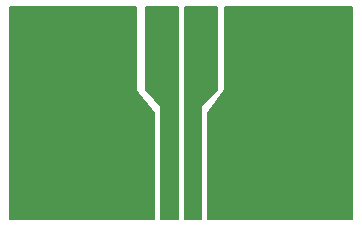
<source format=gbr>
%TF.GenerationSoftware,KiCad,Pcbnew,7.0.6*%
%TF.CreationDate,2024-02-29T16:34:28+02:00*%
%TF.ProjectId,sensirion,73656e73-6972-4696-9f6e-2e6b69636164,rev?*%
%TF.SameCoordinates,Original*%
%TF.FileFunction,Copper,L1,Top*%
%TF.FilePolarity,Positive*%
%FSLAX46Y46*%
G04 Gerber Fmt 4.6, Leading zero omitted, Abs format (unit mm)*
G04 Created by KiCad (PCBNEW 7.0.6) date 2024-02-29 16:34:28*
%MOMM*%
%LPD*%
G01*
G04 APERTURE LIST*
%TA.AperFunction,NonConductor*%
%ADD10C,0.200000*%
%TD*%
%TA.AperFunction,ViaPad*%
%ADD11C,2.500000*%
%TD*%
%TA.AperFunction,ViaPad*%
%ADD12C,3.500000*%
%TD*%
%TA.AperFunction,ViaPad*%
%ADD13C,1.000000*%
%TD*%
G04 APERTURE END LIST*
D10*
X14500000Y-9000000D02*
X2300000Y-9000000D01*
X2300000Y0D01*
X3700000Y2000000D01*
X3700000Y9000000D01*
X14500000Y9000000D01*
X14500000Y-9000000D01*
%TA.AperFunction,NonConductor*%
G36*
X14500000Y-9000000D02*
G01*
X2300000Y-9000000D01*
X2300000Y0D01*
X3700000Y2000000D01*
X3700000Y9000000D01*
X14500000Y9000000D01*
X14500000Y-9000000D01*
G37*
%TD.AperFunction*%
X-3800000Y1900000D02*
X-2300000Y0D01*
X-2300000Y-9000000D01*
X-14500000Y-9000000D01*
X-14500000Y9000000D01*
X-3800000Y9000000D01*
X-3800000Y1900000D01*
%TA.AperFunction,NonConductor*%
G36*
X-3800000Y1900000D02*
G01*
X-2300000Y0D01*
X-2300000Y-9000000D01*
X-14500000Y-9000000D01*
X-14500000Y9000000D01*
X-3800000Y9000000D01*
X-3800000Y1900000D01*
G37*
%TD.AperFunction*%
X3000000Y2000000D02*
X1700000Y600000D01*
X1700000Y-9000000D01*
X300000Y-9000000D01*
X300000Y9000000D01*
X3000000Y9000000D01*
X3000000Y2000000D01*
%TA.AperFunction,NonConductor*%
G36*
X3000000Y2000000D02*
G01*
X1700000Y600000D01*
X1700000Y-9000000D01*
X300000Y-9000000D01*
X300000Y9000000D01*
X3000000Y9000000D01*
X3000000Y2000000D01*
G37*
%TD.AperFunction*%
X-300000Y-9000000D02*
X-1700000Y-9000000D01*
X-1700000Y600000D01*
X-3000000Y2000000D01*
X-3000000Y9000000D01*
X-300000Y9000000D01*
X-300000Y-9000000D01*
%TA.AperFunction,NonConductor*%
G36*
X-300000Y-9000000D02*
G01*
X-1700000Y-9000000D01*
X-1700000Y600000D01*
X-3000000Y2000000D01*
X-3000000Y9000000D01*
X-300000Y9000000D01*
X-300000Y-9000000D01*
G37*
%TD.AperFunction*%
D11*
%TO.N,*%
X-11100000Y-5950000D03*
D12*
X12000000Y0D03*
D13*
X-3000000Y-2750000D03*
X11300000Y-3000000D03*
X-11300000Y3000000D03*
X1000000Y-2750000D03*
D11*
X11100000Y4450000D03*
D12*
X-12000000Y0D03*
D11*
X-11100000Y5950000D03*
D13*
X-1000000Y-2750000D03*
X3000000Y-2750000D03*
D11*
X11100000Y-5950000D03*
%TD*%
M02*

</source>
